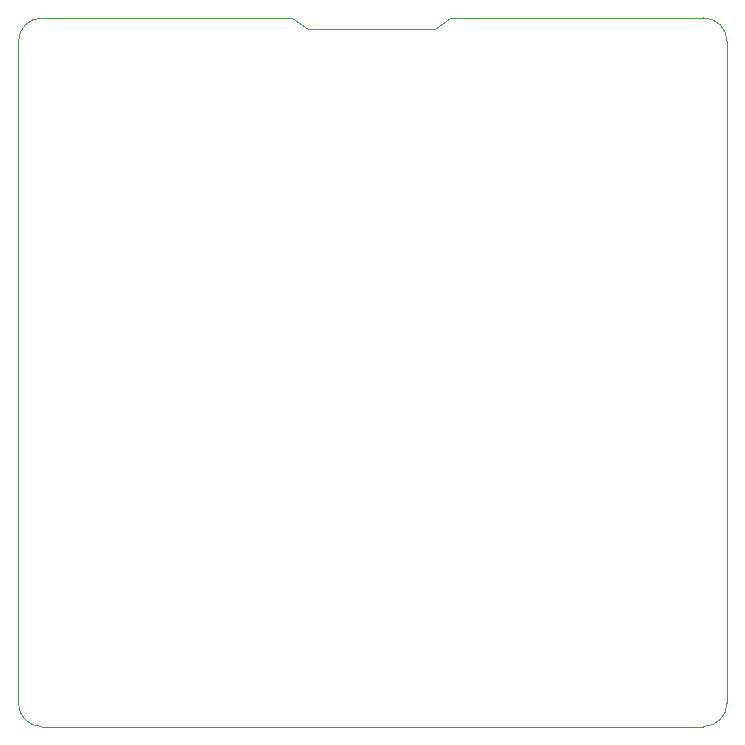
<source format=gbr>
%TF.GenerationSoftware,KiCad,Pcbnew,7.0.7*%
%TF.CreationDate,2024-02-27T15:57:00-08:00*%
%TF.ProjectId,cpu_board,6370755f-626f-4617-9264-2e6b69636164,rev?*%
%TF.SameCoordinates,Original*%
%TF.FileFunction,Profile,NP*%
%FSLAX46Y46*%
G04 Gerber Fmt 4.6, Leading zero omitted, Abs format (unit mm)*
G04 Created by KiCad (PCBNEW 7.0.7) date 2024-02-27 15:57:00*
%MOMM*%
%LPD*%
G01*
G04 APERTURE LIST*
%TA.AperFunction,Profile*%
%ADD10C,0.100000*%
%TD*%
G04 APERTURE END LIST*
D10*
X0Y-2000000D02*
X0Y-58005782D01*
X36565000Y0D02*
X35274997Y-898996D01*
X1994214Y-60005782D02*
X57995786Y-60000000D01*
X57995786Y-59999986D02*
G75*
G03*
X59995786Y-58000000I14J1999986D01*
G01*
X59995786Y-1994214D02*
G75*
G03*
X57995786Y5786I-1999986J14D01*
G01*
X2000000Y0D02*
G75*
G03*
X0Y-2000000I-19J-1999981D01*
G01*
X59995786Y-1994214D02*
X59995786Y-58000000D01*
X35274997Y-898996D02*
X24479997Y-898996D01*
X-5786Y-58005782D02*
G75*
G03*
X1994214Y-60005782I1999990J-10D01*
G01*
X24479997Y-898996D02*
X23200000Y0D01*
X23200000Y0D02*
X2000000Y0D01*
X57995786Y5786D02*
X36565000Y0D01*
M02*

</source>
